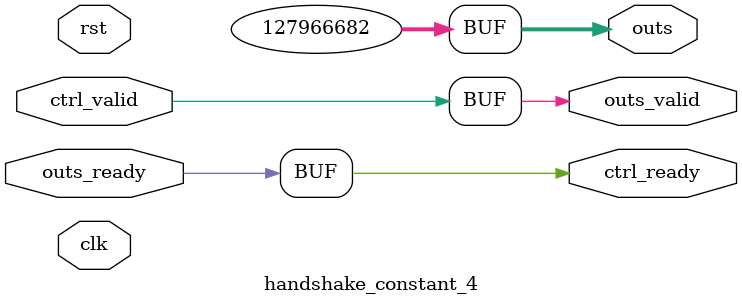
<source format=v>
`timescale 1ns / 1ps
module handshake_constant_4 #(
  parameter DATA_WIDTH = 32  // Default set to 32 bits
) (
  input                       clk,
  input                       rst,
  // Input Channel
  input                       ctrl_valid,
  output                      ctrl_ready,
  // Output Channel
  output [DATA_WIDTH - 1 : 0] outs,
  output                      outs_valid,
  input                       outs_ready
);
  assign outs       = 27'b111101000001001110111011010;
  assign outs_valid = ctrl_valid;
  assign ctrl_ready = outs_ready;

endmodule

</source>
